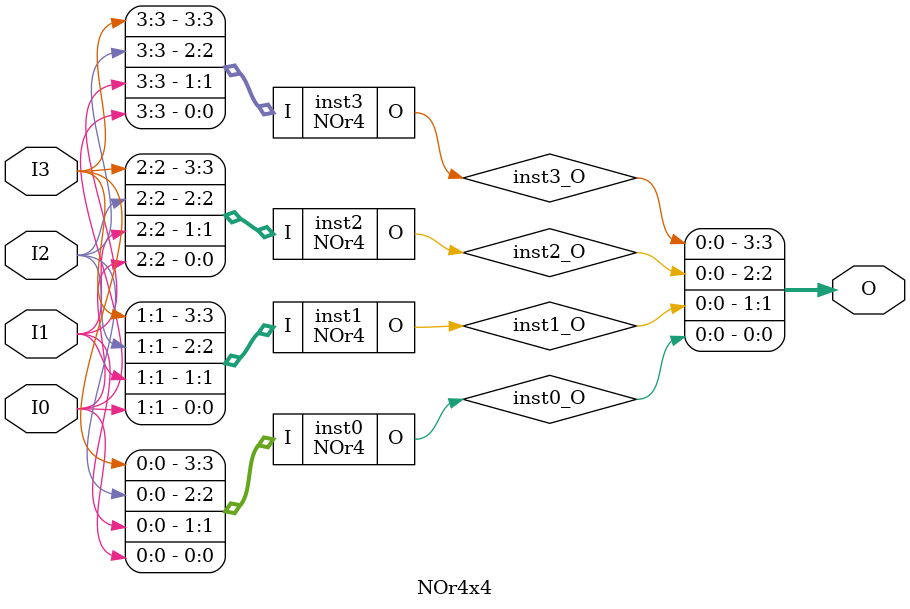
<source format=v>
module NOr4 (input [3:0] I, output  O);
wire  inst0_O;
LUT4 #(.INIT(16'h0001)) inst0 (.I0(I[0]), .I1(I[1]), .I2(I[2]), .I3(I[3]), .O(inst0_O));
assign O = inst0_O;
endmodule

module NOr4x4 (input [3:0] I0, input [3:0] I1, input [3:0] I2, input [3:0] I3, output [3:0] O);
wire  inst0_O;
wire  inst1_O;
wire  inst2_O;
wire  inst3_O;
NOr4 inst0 (.I({I3[0],I2[0],I1[0],I0[0]}), .O(inst0_O));
NOr4 inst1 (.I({I3[1],I2[1],I1[1],I0[1]}), .O(inst1_O));
NOr4 inst2 (.I({I3[2],I2[2],I1[2],I0[2]}), .O(inst2_O));
NOr4 inst3 (.I({I3[3],I2[3],I1[3],I0[3]}), .O(inst3_O));
assign O = {inst3_O,inst2_O,inst1_O,inst0_O};
endmodule


</source>
